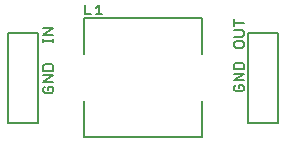
<source format=gto>
G75*
G70*
%OFA0B0*%
%FSLAX24Y24*%
%IPPOS*%
%LPD*%
%AMOC8*
5,1,8,0,0,1.08239X$1,22.5*
%
%ADD10C,0.0070*%
D10*
X000220Y001220D02*
X000220Y004220D01*
X001220Y004220D01*
X001220Y001220D01*
X000220Y001220D01*
X001405Y002255D02*
X001460Y002200D01*
X001680Y002200D01*
X001735Y002255D01*
X001735Y002365D01*
X001680Y002420D01*
X001570Y002420D01*
X001570Y002310D01*
X001460Y002420D02*
X001405Y002365D01*
X001405Y002255D01*
X001405Y002568D02*
X001735Y002789D01*
X001405Y002789D01*
X001405Y002937D02*
X001405Y003102D01*
X001460Y003157D01*
X001680Y003157D01*
X001735Y003102D01*
X001735Y002937D01*
X001405Y002937D01*
X001405Y002568D02*
X001735Y002568D01*
X002751Y001933D02*
X002751Y000751D01*
X006689Y000751D01*
X006689Y001933D01*
X007755Y002310D02*
X007810Y002255D01*
X008030Y002255D01*
X008085Y002310D01*
X008085Y002420D01*
X008030Y002475D01*
X007920Y002475D01*
X007920Y002365D01*
X007810Y002475D02*
X007755Y002420D01*
X007755Y002310D01*
X007755Y002623D02*
X008085Y002844D01*
X007755Y002844D01*
X007755Y002992D02*
X007755Y003157D01*
X007810Y003212D01*
X008030Y003212D01*
X008085Y003157D01*
X008085Y002992D01*
X007755Y002992D01*
X007755Y002623D02*
X008085Y002623D01*
X006689Y003507D02*
X006689Y004689D01*
X002751Y004689D01*
X002751Y003507D01*
X001735Y003891D02*
X001735Y004001D01*
X001735Y003946D02*
X001405Y003946D01*
X001405Y003891D02*
X001405Y004001D01*
X001405Y004137D02*
X001735Y004357D01*
X001405Y004357D01*
X001405Y004137D02*
X001735Y004137D01*
X002781Y004821D02*
X003002Y004821D01*
X003150Y004821D02*
X003370Y004821D01*
X003260Y004821D02*
X003260Y005151D01*
X003150Y005041D01*
X002781Y005151D02*
X002781Y004821D01*
X007755Y004662D02*
X007755Y004442D01*
X007755Y004552D02*
X008085Y004552D01*
X008030Y004294D02*
X007755Y004294D01*
X008030Y004294D02*
X008085Y004238D01*
X008085Y004128D01*
X008030Y004073D01*
X007755Y004073D01*
X007810Y003925D02*
X007755Y003870D01*
X007755Y003760D01*
X007810Y003705D01*
X008030Y003705D01*
X008085Y003760D01*
X008085Y003870D01*
X008030Y003925D01*
X007810Y003925D01*
X008220Y004220D02*
X009220Y004220D01*
X009220Y001220D01*
X008220Y001220D01*
X008220Y004220D01*
M02*

</source>
